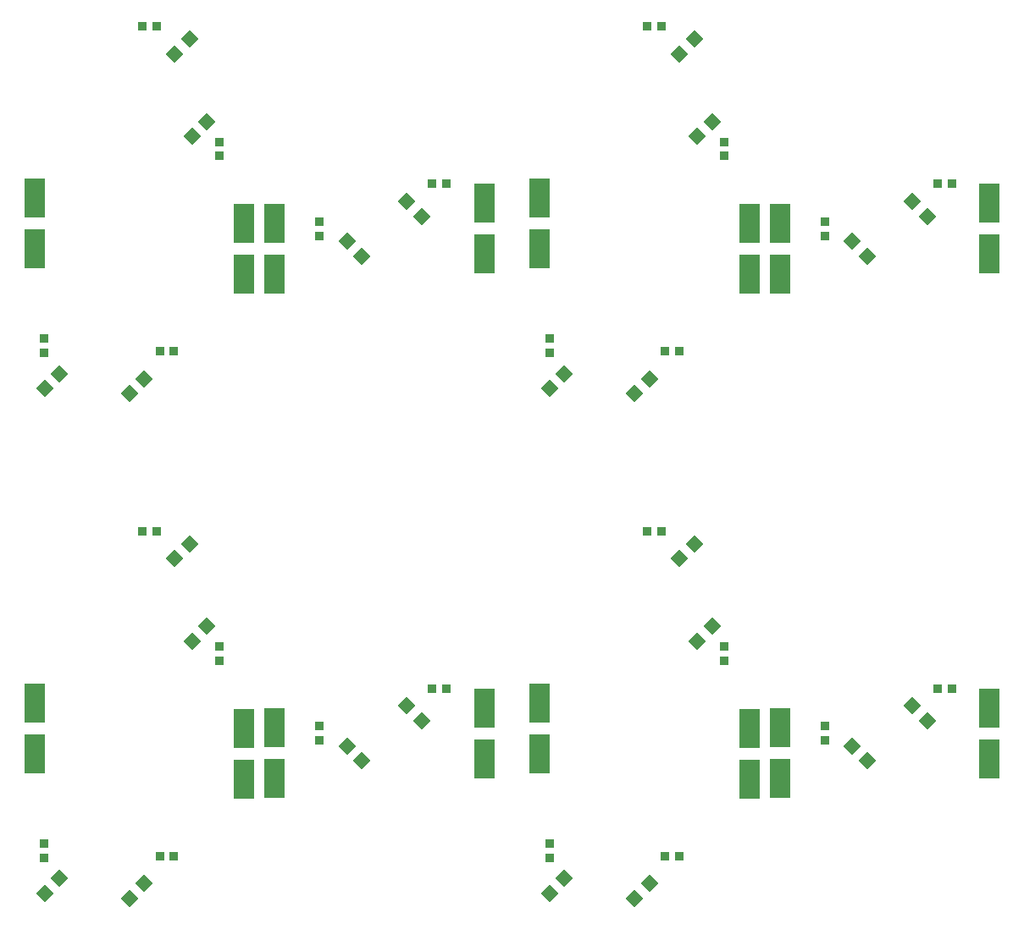
<source format=gbp>
%FSTAX23Y23*%
%MOIN*%
%SFA1B1*%

%IPPOS*%
%AMD15*
4,1,4,0.000000,0.033400,-0.033400,0.000000,0.000000,-0.033400,0.033400,0.000000,0.000000,0.033400,0.0*
%
%AMD16*
4,1,4,-0.033400,0.000000,0.000000,-0.033400,0.033400,0.000000,0.000000,0.033400,-0.033400,0.000000,0.0*
%
%ADD13R,0.037880X0.036810*%
%ADD14R,0.078740X0.157480*%
G04~CAMADD=15~10~0.0~472.4~0.0~0.0~0.0~0.0~0~0.0~0.0~0.0~0.0~0~0.0~0.0~0.0~0.0~0~0.0~0.0~0.0~405.0~472.4~0.0*
%ADD15D15*%
G04~CAMADD=16~10~0.0~472.4~0.0~0.0~0.0~0.0~0~0.0~0.0~0.0~0.0~0~0.0~0.0~0.0~0.0~0~0.0~0.0~0.0~135.0~472.4~0.0*
%ADD16D16*%
%ADD17R,0.036810X0.037880*%
%LNpcb_panel_v3-1*%
%LPD*%
G54D13*
X01098Y01551D03*
Y01494D03*
X02181Y02012D03*
Y01956D03*
X01787Y02271D03*
Y02327D03*
X03086Y01551D03*
Y01494D03*
X04169Y02012D03*
Y01956D03*
X03775Y02271D03*
Y02327D03*
X01098Y03539D03*
Y03483D03*
X02181Y04D03*
Y03944D03*
X01787Y04259D03*
Y04315D03*
X03086Y03539D03*
Y03483D03*
X04169Y04D03*
Y03944D03*
X03775Y04259D03*
Y04315D03*
G54D14*
X01059Y02105D03*
Y01905D03*
X0283Y02085D03*
Y01885D03*
X01885Y01803D03*
Y02003D03*
X02003Y01807D03*
Y02007D03*
X03047Y02105D03*
Y01905D03*
X04818Y02085D03*
Y01885D03*
X03874Y01803D03*
Y02003D03*
X03992Y01807D03*
Y02007D03*
X01059Y04093D03*
Y03893D03*
X0283Y04074D03*
Y03874D03*
X01885Y03792D03*
Y03992D03*
X02003Y03795D03*
Y03995D03*
X03047Y04093D03*
Y03893D03*
X04818Y04074D03*
Y03874D03*
X03874Y03792D03*
Y03992D03*
X03992Y03795D03*
Y03995D03*
G54D15*
X02525Y02092D03*
X02584Y02033D03*
X02289Y01934D03*
X02348Y01876D03*
X04514Y02092D03*
X04572Y02033D03*
X04277Y01934D03*
X04336Y01876D03*
X02525Y0408D03*
X02584Y04021D03*
X02289Y03922D03*
X02348Y03864D03*
X04514Y0408D03*
X04572Y04021D03*
X04277Y03922D03*
X04336Y03864D03*
G54D16*
X01433Y01334D03*
X01491Y01393D03*
X01099Y01354D03*
X01157Y01413D03*
X01669Y02731D03*
X0161Y02673D03*
X01679Y02348D03*
X01737Y02407D03*
X03421Y01334D03*
X0348Y01393D03*
X03087Y01354D03*
X03145Y01413D03*
X03657Y02731D03*
X03598Y02673D03*
X03667Y02348D03*
X03726Y02407D03*
X01433Y03323D03*
X01491Y03381D03*
X01099Y03343D03*
X01157Y03401D03*
X01669Y0472D03*
X0161Y04661D03*
X01679Y04336D03*
X01737Y04395D03*
X03421Y03323D03*
X0348Y03381D03*
X03087Y03343D03*
X03145Y03401D03*
X03657Y0472D03*
X03598Y04661D03*
X03667Y04336D03*
X03726Y04395D03*
G54D17*
X01608Y01501D03*
X01552D03*
X01483Y02781D03*
X01539D03*
X02681Y02161D03*
X02625D03*
X03597Y01501D03*
X0354D03*
X03471Y02781D03*
X03528D03*
X04669Y02161D03*
X04613D03*
X01608Y0349D03*
X01552D03*
X01483Y04769D03*
X01539D03*
X02681Y04149D03*
X02625D03*
X03597Y0349D03*
X0354D03*
X03471Y04769D03*
X03528D03*
X04669Y04149D03*
X04613D03*
M02*
</source>
